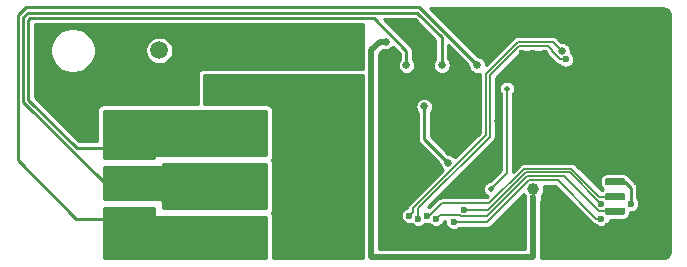
<source format=gbr>
G04 #@! TF.GenerationSoftware,KiCad,Pcbnew,(5.1.5-0-10_14)*
G04 #@! TF.CreationDate,2020-01-04T14:18:12-08:00*
G04 #@! TF.ProjectId,Grits,47726974-732e-46b6-9963-61645f706362,rev?*
G04 #@! TF.SameCoordinates,Original*
G04 #@! TF.FileFunction,Copper,L2,Bot*
G04 #@! TF.FilePolarity,Positive*
%FSLAX46Y46*%
G04 Gerber Fmt 4.6, Leading zero omitted, Abs format (unit mm)*
G04 Created by KiCad (PCBNEW (5.1.5-0-10_14)) date 2020-01-04 14:18:12*
%MOMM*%
%LPD*%
G04 APERTURE LIST*
%ADD10C,0.100000*%
%ADD11C,1.000000*%
%ADD12O,2.020000X1.500000*%
%ADD13C,1.500000*%
%ADD14C,0.654000*%
%ADD15C,0.600000*%
%ADD16C,0.508000*%
%ADD17C,0.250000*%
%ADD18C,0.500000*%
%ADD19C,0.160000*%
G04 APERTURE END LIST*
G04 #@! TA.AperFunction,SMDPad,CuDef*
D10*
G36*
X160224504Y-114226204D02*
G01*
X160248773Y-114229804D01*
X160272571Y-114235765D01*
X160295671Y-114244030D01*
X160317849Y-114254520D01*
X160338893Y-114267133D01*
X160358598Y-114281747D01*
X160376777Y-114298223D01*
X160393253Y-114316402D01*
X160407867Y-114336107D01*
X160420480Y-114357151D01*
X160430970Y-114379329D01*
X160439235Y-114402429D01*
X160445196Y-114426227D01*
X160448796Y-114450496D01*
X160450000Y-114475000D01*
X160450000Y-114975000D01*
X160448796Y-114999504D01*
X160445196Y-115023773D01*
X160439235Y-115047571D01*
X160430970Y-115070671D01*
X160420480Y-115092849D01*
X160407867Y-115113893D01*
X160393253Y-115133598D01*
X160376777Y-115151777D01*
X160358598Y-115168253D01*
X160338893Y-115182867D01*
X160317849Y-115195480D01*
X160295671Y-115205970D01*
X160272571Y-115214235D01*
X160248773Y-115220196D01*
X160224504Y-115223796D01*
X160200000Y-115225000D01*
X158000000Y-115225000D01*
X157975496Y-115223796D01*
X157951227Y-115220196D01*
X157927429Y-115214235D01*
X157904329Y-115205970D01*
X157882151Y-115195480D01*
X157861107Y-115182867D01*
X157841402Y-115168253D01*
X157823223Y-115151777D01*
X157806747Y-115133598D01*
X157792133Y-115113893D01*
X157779520Y-115092849D01*
X157769030Y-115070671D01*
X157760765Y-115047571D01*
X157754804Y-115023773D01*
X157751204Y-114999504D01*
X157750000Y-114975000D01*
X157750000Y-114475000D01*
X157751204Y-114450496D01*
X157754804Y-114426227D01*
X157760765Y-114402429D01*
X157769030Y-114379329D01*
X157779520Y-114357151D01*
X157792133Y-114336107D01*
X157806747Y-114316402D01*
X157823223Y-114298223D01*
X157841402Y-114281747D01*
X157861107Y-114267133D01*
X157882151Y-114254520D01*
X157904329Y-114244030D01*
X157927429Y-114235765D01*
X157951227Y-114229804D01*
X157975496Y-114226204D01*
X158000000Y-114225000D01*
X160200000Y-114225000D01*
X160224504Y-114226204D01*
G37*
G04 #@! TD.AperFunction*
G04 #@! TA.AperFunction,SMDPad,CuDef*
G36*
X160224504Y-106776204D02*
G01*
X160248773Y-106779804D01*
X160272571Y-106785765D01*
X160295671Y-106794030D01*
X160317849Y-106804520D01*
X160338893Y-106817133D01*
X160358598Y-106831747D01*
X160376777Y-106848223D01*
X160393253Y-106866402D01*
X160407867Y-106886107D01*
X160420480Y-106907151D01*
X160430970Y-106929329D01*
X160439235Y-106952429D01*
X160445196Y-106976227D01*
X160448796Y-107000496D01*
X160450000Y-107025000D01*
X160450000Y-107525000D01*
X160448796Y-107549504D01*
X160445196Y-107573773D01*
X160439235Y-107597571D01*
X160430970Y-107620671D01*
X160420480Y-107642849D01*
X160407867Y-107663893D01*
X160393253Y-107683598D01*
X160376777Y-107701777D01*
X160358598Y-107718253D01*
X160338893Y-107732867D01*
X160317849Y-107745480D01*
X160295671Y-107755970D01*
X160272571Y-107764235D01*
X160248773Y-107770196D01*
X160224504Y-107773796D01*
X160200000Y-107775000D01*
X158000000Y-107775000D01*
X157975496Y-107773796D01*
X157951227Y-107770196D01*
X157927429Y-107764235D01*
X157904329Y-107755970D01*
X157882151Y-107745480D01*
X157861107Y-107732867D01*
X157841402Y-107718253D01*
X157823223Y-107701777D01*
X157806747Y-107683598D01*
X157792133Y-107663893D01*
X157779520Y-107642849D01*
X157769030Y-107620671D01*
X157760765Y-107597571D01*
X157754804Y-107573773D01*
X157751204Y-107549504D01*
X157750000Y-107525000D01*
X157750000Y-107025000D01*
X157751204Y-107000496D01*
X157754804Y-106976227D01*
X157760765Y-106952429D01*
X157769030Y-106929329D01*
X157779520Y-106907151D01*
X157792133Y-106886107D01*
X157806747Y-106866402D01*
X157823223Y-106848223D01*
X157841402Y-106831747D01*
X157861107Y-106817133D01*
X157882151Y-106804520D01*
X157904329Y-106794030D01*
X157927429Y-106785765D01*
X157951227Y-106779804D01*
X157975496Y-106776204D01*
X158000000Y-106775000D01*
X160200000Y-106775000D01*
X160224504Y-106776204D01*
G37*
G04 #@! TD.AperFunction*
G04 #@! TA.AperFunction,SMDPad,CuDef*
G36*
X156614703Y-112575722D02*
G01*
X156629264Y-112577882D01*
X156643543Y-112581459D01*
X156657403Y-112586418D01*
X156670710Y-112592712D01*
X156683336Y-112600280D01*
X156695159Y-112609048D01*
X156706066Y-112618934D01*
X156715952Y-112629841D01*
X156724720Y-112641664D01*
X156732288Y-112654290D01*
X156738582Y-112667597D01*
X156743541Y-112681457D01*
X156747118Y-112695736D01*
X156749278Y-112710297D01*
X156750000Y-112725000D01*
X156750000Y-113025000D01*
X156749278Y-113039703D01*
X156747118Y-113054264D01*
X156743541Y-113068543D01*
X156738582Y-113082403D01*
X156732288Y-113095710D01*
X156724720Y-113108336D01*
X156715952Y-113120159D01*
X156706066Y-113131066D01*
X156695159Y-113140952D01*
X156683336Y-113149720D01*
X156670710Y-113157288D01*
X156657403Y-113163582D01*
X156643543Y-113168541D01*
X156629264Y-113172118D01*
X156614703Y-113174278D01*
X156600000Y-113175000D01*
X155200000Y-113175000D01*
X155185297Y-113174278D01*
X155170736Y-113172118D01*
X155156457Y-113168541D01*
X155142597Y-113163582D01*
X155129290Y-113157288D01*
X155116664Y-113149720D01*
X155104841Y-113140952D01*
X155093934Y-113131066D01*
X155084048Y-113120159D01*
X155075280Y-113108336D01*
X155067712Y-113095710D01*
X155061418Y-113082403D01*
X155056459Y-113068543D01*
X155052882Y-113054264D01*
X155050722Y-113039703D01*
X155050000Y-113025000D01*
X155050000Y-112725000D01*
X155050722Y-112710297D01*
X155052882Y-112695736D01*
X155056459Y-112681457D01*
X155061418Y-112667597D01*
X155067712Y-112654290D01*
X155075280Y-112641664D01*
X155084048Y-112629841D01*
X155093934Y-112618934D01*
X155104841Y-112609048D01*
X155116664Y-112600280D01*
X155129290Y-112592712D01*
X155142597Y-112586418D01*
X155156457Y-112581459D01*
X155170736Y-112577882D01*
X155185297Y-112575722D01*
X155200000Y-112575000D01*
X156600000Y-112575000D01*
X156614703Y-112575722D01*
G37*
G04 #@! TD.AperFunction*
G04 #@! TA.AperFunction,SMDPad,CuDef*
G36*
X156614703Y-111325722D02*
G01*
X156629264Y-111327882D01*
X156643543Y-111331459D01*
X156657403Y-111336418D01*
X156670710Y-111342712D01*
X156683336Y-111350280D01*
X156695159Y-111359048D01*
X156706066Y-111368934D01*
X156715952Y-111379841D01*
X156724720Y-111391664D01*
X156732288Y-111404290D01*
X156738582Y-111417597D01*
X156743541Y-111431457D01*
X156747118Y-111445736D01*
X156749278Y-111460297D01*
X156750000Y-111475000D01*
X156750000Y-111775000D01*
X156749278Y-111789703D01*
X156747118Y-111804264D01*
X156743541Y-111818543D01*
X156738582Y-111832403D01*
X156732288Y-111845710D01*
X156724720Y-111858336D01*
X156715952Y-111870159D01*
X156706066Y-111881066D01*
X156695159Y-111890952D01*
X156683336Y-111899720D01*
X156670710Y-111907288D01*
X156657403Y-111913582D01*
X156643543Y-111918541D01*
X156629264Y-111922118D01*
X156614703Y-111924278D01*
X156600000Y-111925000D01*
X155200000Y-111925000D01*
X155185297Y-111924278D01*
X155170736Y-111922118D01*
X155156457Y-111918541D01*
X155142597Y-111913582D01*
X155129290Y-111907288D01*
X155116664Y-111899720D01*
X155104841Y-111890952D01*
X155093934Y-111881066D01*
X155084048Y-111870159D01*
X155075280Y-111858336D01*
X155067712Y-111845710D01*
X155061418Y-111832403D01*
X155056459Y-111818543D01*
X155052882Y-111804264D01*
X155050722Y-111789703D01*
X155050000Y-111775000D01*
X155050000Y-111475000D01*
X155050722Y-111460297D01*
X155052882Y-111445736D01*
X155056459Y-111431457D01*
X155061418Y-111417597D01*
X155067712Y-111404290D01*
X155075280Y-111391664D01*
X155084048Y-111379841D01*
X155093934Y-111368934D01*
X155104841Y-111359048D01*
X155116664Y-111350280D01*
X155129290Y-111342712D01*
X155142597Y-111336418D01*
X155156457Y-111331459D01*
X155170736Y-111327882D01*
X155185297Y-111325722D01*
X155200000Y-111325000D01*
X156600000Y-111325000D01*
X156614703Y-111325722D01*
G37*
G04 #@! TD.AperFunction*
G04 #@! TA.AperFunction,SMDPad,CuDef*
G36*
X156614703Y-110075722D02*
G01*
X156629264Y-110077882D01*
X156643543Y-110081459D01*
X156657403Y-110086418D01*
X156670710Y-110092712D01*
X156683336Y-110100280D01*
X156695159Y-110109048D01*
X156706066Y-110118934D01*
X156715952Y-110129841D01*
X156724720Y-110141664D01*
X156732288Y-110154290D01*
X156738582Y-110167597D01*
X156743541Y-110181457D01*
X156747118Y-110195736D01*
X156749278Y-110210297D01*
X156750000Y-110225000D01*
X156750000Y-110525000D01*
X156749278Y-110539703D01*
X156747118Y-110554264D01*
X156743541Y-110568543D01*
X156738582Y-110582403D01*
X156732288Y-110595710D01*
X156724720Y-110608336D01*
X156715952Y-110620159D01*
X156706066Y-110631066D01*
X156695159Y-110640952D01*
X156683336Y-110649720D01*
X156670710Y-110657288D01*
X156657403Y-110663582D01*
X156643543Y-110668541D01*
X156629264Y-110672118D01*
X156614703Y-110674278D01*
X156600000Y-110675000D01*
X155200000Y-110675000D01*
X155185297Y-110674278D01*
X155170736Y-110672118D01*
X155156457Y-110668541D01*
X155142597Y-110663582D01*
X155129290Y-110657288D01*
X155116664Y-110649720D01*
X155104841Y-110640952D01*
X155093934Y-110631066D01*
X155084048Y-110620159D01*
X155075280Y-110608336D01*
X155067712Y-110595710D01*
X155061418Y-110582403D01*
X155056459Y-110568543D01*
X155052882Y-110554264D01*
X155050722Y-110539703D01*
X155050000Y-110525000D01*
X155050000Y-110225000D01*
X155050722Y-110210297D01*
X155052882Y-110195736D01*
X155056459Y-110181457D01*
X155061418Y-110167597D01*
X155067712Y-110154290D01*
X155075280Y-110141664D01*
X155084048Y-110129841D01*
X155093934Y-110118934D01*
X155104841Y-110109048D01*
X155116664Y-110100280D01*
X155129290Y-110092712D01*
X155142597Y-110086418D01*
X155156457Y-110081459D01*
X155170736Y-110077882D01*
X155185297Y-110075722D01*
X155200000Y-110075000D01*
X156600000Y-110075000D01*
X156614703Y-110075722D01*
G37*
G04 #@! TD.AperFunction*
G04 #@! TA.AperFunction,SMDPad,CuDef*
G36*
X156614703Y-108825722D02*
G01*
X156629264Y-108827882D01*
X156643543Y-108831459D01*
X156657403Y-108836418D01*
X156670710Y-108842712D01*
X156683336Y-108850280D01*
X156695159Y-108859048D01*
X156706066Y-108868934D01*
X156715952Y-108879841D01*
X156724720Y-108891664D01*
X156732288Y-108904290D01*
X156738582Y-108917597D01*
X156743541Y-108931457D01*
X156747118Y-108945736D01*
X156749278Y-108960297D01*
X156750000Y-108975000D01*
X156750000Y-109275000D01*
X156749278Y-109289703D01*
X156747118Y-109304264D01*
X156743541Y-109318543D01*
X156738582Y-109332403D01*
X156732288Y-109345710D01*
X156724720Y-109358336D01*
X156715952Y-109370159D01*
X156706066Y-109381066D01*
X156695159Y-109390952D01*
X156683336Y-109399720D01*
X156670710Y-109407288D01*
X156657403Y-109413582D01*
X156643543Y-109418541D01*
X156629264Y-109422118D01*
X156614703Y-109424278D01*
X156600000Y-109425000D01*
X155200000Y-109425000D01*
X155185297Y-109424278D01*
X155170736Y-109422118D01*
X155156457Y-109418541D01*
X155142597Y-109413582D01*
X155129290Y-109407288D01*
X155116664Y-109399720D01*
X155104841Y-109390952D01*
X155093934Y-109381066D01*
X155084048Y-109370159D01*
X155075280Y-109358336D01*
X155067712Y-109345710D01*
X155061418Y-109332403D01*
X155056459Y-109318543D01*
X155052882Y-109304264D01*
X155050722Y-109289703D01*
X155050000Y-109275000D01*
X155050000Y-108975000D01*
X155050722Y-108960297D01*
X155052882Y-108945736D01*
X155056459Y-108931457D01*
X155061418Y-108917597D01*
X155067712Y-108904290D01*
X155075280Y-108891664D01*
X155084048Y-108879841D01*
X155093934Y-108868934D01*
X155104841Y-108859048D01*
X155116664Y-108850280D01*
X155129290Y-108842712D01*
X155142597Y-108836418D01*
X155156457Y-108831459D01*
X155170736Y-108827882D01*
X155185297Y-108825722D01*
X155200000Y-108825000D01*
X156600000Y-108825000D01*
X156614703Y-108825722D01*
G37*
G04 #@! TD.AperFunction*
D11*
X149000000Y-109750000D03*
D12*
X114320000Y-106250000D03*
X114320000Y-109250000D03*
G04 #@! TA.AperFunction,ComponentPad*
D10*
G36*
X115104504Y-111501204D02*
G01*
X115128773Y-111504804D01*
X115152571Y-111510765D01*
X115175671Y-111519030D01*
X115197849Y-111529520D01*
X115218893Y-111542133D01*
X115238598Y-111556747D01*
X115256777Y-111573223D01*
X115273253Y-111591402D01*
X115287867Y-111611107D01*
X115300480Y-111632151D01*
X115310970Y-111654329D01*
X115319235Y-111677429D01*
X115325196Y-111701227D01*
X115328796Y-111725496D01*
X115330000Y-111750000D01*
X115330000Y-112750000D01*
X115328796Y-112774504D01*
X115325196Y-112798773D01*
X115319235Y-112822571D01*
X115310970Y-112845671D01*
X115300480Y-112867849D01*
X115287867Y-112888893D01*
X115273253Y-112908598D01*
X115256777Y-112926777D01*
X115238598Y-112943253D01*
X115218893Y-112957867D01*
X115197849Y-112970480D01*
X115175671Y-112980970D01*
X115152571Y-112989235D01*
X115128773Y-112995196D01*
X115104504Y-112998796D01*
X115080000Y-113000000D01*
X113560000Y-113000000D01*
X113535496Y-112998796D01*
X113511227Y-112995196D01*
X113487429Y-112989235D01*
X113464329Y-112980970D01*
X113442151Y-112970480D01*
X113421107Y-112957867D01*
X113401402Y-112943253D01*
X113383223Y-112926777D01*
X113366747Y-112908598D01*
X113352133Y-112888893D01*
X113339520Y-112867849D01*
X113329030Y-112845671D01*
X113320765Y-112822571D01*
X113314804Y-112798773D01*
X113311204Y-112774504D01*
X113310000Y-112750000D01*
X113310000Y-111750000D01*
X113311204Y-111725496D01*
X113314804Y-111701227D01*
X113320765Y-111677429D01*
X113329030Y-111654329D01*
X113339520Y-111632151D01*
X113352133Y-111611107D01*
X113366747Y-111591402D01*
X113383223Y-111573223D01*
X113401402Y-111556747D01*
X113421107Y-111542133D01*
X113442151Y-111529520D01*
X113464329Y-111519030D01*
X113487429Y-111510765D01*
X113511227Y-111504804D01*
X113535496Y-111501204D01*
X113560000Y-111500000D01*
X115080000Y-111500000D01*
X115104504Y-111501204D01*
G37*
G04 #@! TD.AperFunction*
D13*
X117320000Y-98000000D03*
G04 #@! TA.AperFunction,ComponentPad*
D10*
G36*
X114844504Y-97251204D02*
G01*
X114868773Y-97254804D01*
X114892571Y-97260765D01*
X114915671Y-97269030D01*
X114937849Y-97279520D01*
X114958893Y-97292133D01*
X114978598Y-97306747D01*
X114996777Y-97323223D01*
X115013253Y-97341402D01*
X115027867Y-97361107D01*
X115040480Y-97382151D01*
X115050970Y-97404329D01*
X115059235Y-97427429D01*
X115065196Y-97451227D01*
X115068796Y-97475496D01*
X115070000Y-97500000D01*
X115070000Y-98500000D01*
X115068796Y-98524504D01*
X115065196Y-98548773D01*
X115059235Y-98572571D01*
X115050970Y-98595671D01*
X115040480Y-98617849D01*
X115027867Y-98638893D01*
X115013253Y-98658598D01*
X114996777Y-98676777D01*
X114978598Y-98693253D01*
X114958893Y-98707867D01*
X114937849Y-98720480D01*
X114915671Y-98730970D01*
X114892571Y-98739235D01*
X114868773Y-98745196D01*
X114844504Y-98748796D01*
X114820000Y-98750000D01*
X113820000Y-98750000D01*
X113795496Y-98748796D01*
X113771227Y-98745196D01*
X113747429Y-98739235D01*
X113724329Y-98730970D01*
X113702151Y-98720480D01*
X113681107Y-98707867D01*
X113661402Y-98693253D01*
X113643223Y-98676777D01*
X113626747Y-98658598D01*
X113612133Y-98638893D01*
X113599520Y-98617849D01*
X113589030Y-98595671D01*
X113580765Y-98572571D01*
X113574804Y-98548773D01*
X113571204Y-98524504D01*
X113570000Y-98500000D01*
X113570000Y-97500000D01*
X113571204Y-97475496D01*
X113574804Y-97451227D01*
X113580765Y-97427429D01*
X113589030Y-97404329D01*
X113599520Y-97382151D01*
X113612133Y-97361107D01*
X113626747Y-97341402D01*
X113643223Y-97323223D01*
X113661402Y-97306747D01*
X113681107Y-97292133D01*
X113702151Y-97279520D01*
X113724329Y-97269030D01*
X113747429Y-97260765D01*
X113771227Y-97254804D01*
X113795496Y-97251204D01*
X113820000Y-97250000D01*
X114820000Y-97250000D01*
X114844504Y-97251204D01*
G37*
G04 #@! TD.AperFunction*
D14*
X151750000Y-110750000D03*
D15*
X141750000Y-114250000D03*
D14*
X151000000Y-111500000D03*
X151750000Y-111500000D03*
X151000000Y-113750000D03*
X147750000Y-112000000D03*
X146500000Y-96750000D03*
X146500000Y-95750000D03*
X155750000Y-108000000D03*
X155750000Y-106000000D03*
X155750000Y-107000000D03*
X156500000Y-108000000D03*
X156500000Y-106000000D03*
X156500000Y-107000000D03*
X143000000Y-108900000D03*
X147500000Y-105000000D03*
X146000000Y-104000000D03*
X146000000Y-106500000D03*
X140000000Y-107900000D03*
D15*
X148000000Y-98250000D03*
X149000000Y-98250000D03*
X150000000Y-98250000D03*
D14*
X156500000Y-96500000D03*
X155000000Y-96500000D03*
X155750000Y-96500000D03*
X136750000Y-99250000D03*
D15*
X160000000Y-111000000D03*
X160000000Y-110000000D03*
X160000000Y-112000000D03*
D14*
X137500000Y-114250000D03*
X137500000Y-113500000D03*
X136750000Y-113500000D03*
X155000000Y-100000000D03*
X139000000Y-107900000D03*
X139000000Y-108900000D03*
X139000000Y-109900000D03*
X143000000Y-109900000D03*
X141000000Y-107900000D03*
X136750000Y-105500000D03*
D15*
X142500000Y-114250000D03*
D14*
X147000000Y-112750000D03*
X152500000Y-113750000D03*
D15*
X151000000Y-115500000D03*
D14*
X154500000Y-113250000D03*
X137750000Y-101250000D03*
X138500000Y-101250000D03*
X139250000Y-101250000D03*
X155750000Y-100000000D03*
X155750000Y-99250000D03*
X155000000Y-99250000D03*
X157250000Y-96500000D03*
D15*
X157250000Y-111000000D03*
D14*
X141753532Y-107498117D03*
X139750000Y-102750000D03*
D16*
X128000000Y-109800000D03*
X129200000Y-111000000D03*
X128600000Y-109800000D03*
X128000000Y-111000000D03*
X128000000Y-109204000D03*
X128000000Y-110400000D03*
X128600000Y-111000000D03*
X128600000Y-109204000D03*
X129200000Y-110400000D03*
X128600000Y-110400000D03*
X128000000Y-114200000D03*
X129200000Y-115400000D03*
X128600000Y-114200000D03*
X128000000Y-115400000D03*
X128000000Y-113604000D03*
X128000000Y-114800000D03*
X128600000Y-115400000D03*
X128600000Y-113604000D03*
X129200000Y-114800000D03*
X128600000Y-114800000D03*
D14*
X130500000Y-101750000D03*
X132000000Y-101750000D03*
X132750000Y-101000000D03*
X132000000Y-101000000D03*
X131250000Y-101000000D03*
X132750000Y-101750000D03*
X131250000Y-101750000D03*
X130500000Y-101000000D03*
X127500000Y-101000000D03*
X128250000Y-101000000D03*
X128250000Y-101750000D03*
X129750000Y-101750000D03*
X129000000Y-101750000D03*
X129750000Y-101000000D03*
X129000000Y-101000000D03*
X127500000Y-101750000D03*
X124500000Y-101000000D03*
X125250000Y-101000000D03*
X125250000Y-101750000D03*
X126750000Y-101750000D03*
X126000000Y-101750000D03*
X126750000Y-101000000D03*
X126000000Y-101000000D03*
X124500000Y-101750000D03*
D16*
X128000000Y-104604000D03*
X128600000Y-104604000D03*
X128000000Y-105200000D03*
X128600000Y-105200000D03*
X128000000Y-105800000D03*
X128600000Y-105800000D03*
X129200000Y-105800000D03*
X129200000Y-106400000D03*
X128600000Y-106400000D03*
X128000000Y-106400000D03*
D14*
X121500000Y-101750000D03*
X122250000Y-101750000D03*
X123750000Y-101750000D03*
X123000000Y-101750000D03*
X123750000Y-101000000D03*
X123000000Y-101000000D03*
X122250000Y-101000000D03*
X121500000Y-101000000D03*
D15*
X149000000Y-110500000D03*
D14*
X136500000Y-97250000D03*
X133500000Y-98000000D03*
X134250000Y-97250000D03*
X134250000Y-98000000D03*
X133500000Y-97250000D03*
X132500000Y-99250000D03*
X132500000Y-97750000D03*
X132500000Y-98500000D03*
X132250000Y-96250000D03*
X131500000Y-96250000D03*
X127000000Y-99250000D03*
X127750000Y-96250000D03*
X126250000Y-96250000D03*
X127000000Y-97750000D03*
X126250000Y-97000000D03*
X130750000Y-96250000D03*
X127000000Y-98500000D03*
X126250000Y-99250000D03*
X127000000Y-97000000D03*
X130000000Y-96250000D03*
X126250000Y-97750000D03*
X126250000Y-98500000D03*
X129250000Y-96250000D03*
X127000000Y-96250000D03*
X128500000Y-96250000D03*
D16*
X145385299Y-109729000D03*
X146750000Y-101236000D03*
D14*
X121750000Y-103500000D03*
X121750000Y-104250000D03*
X123250000Y-103500000D03*
X121750000Y-105000000D03*
X122500000Y-105000000D03*
X123250000Y-104250000D03*
X123250000Y-105750000D03*
X122500000Y-104250000D03*
X123250000Y-105000000D03*
X122500000Y-103500000D03*
X122500000Y-105750000D03*
X121750000Y-105750000D03*
X122500000Y-106500000D03*
X121750000Y-106500000D03*
X123250000Y-106500000D03*
X138250000Y-99250000D03*
X123250000Y-111000000D03*
X121750000Y-108000000D03*
X122500000Y-108000000D03*
X123250000Y-109500000D03*
X122500000Y-108750000D03*
X121750000Y-111000000D03*
X123250000Y-110250000D03*
X122500000Y-111000000D03*
X123250000Y-108750000D03*
X121750000Y-110250000D03*
X122500000Y-109500000D03*
X122500000Y-110250000D03*
X121750000Y-109500000D03*
X123250000Y-108000000D03*
X121750000Y-108750000D03*
X141250000Y-99250000D03*
D16*
X123250000Y-115500000D03*
D14*
X121750000Y-112500000D03*
X122500000Y-112500000D03*
X123250000Y-114000000D03*
X122500000Y-113250000D03*
D16*
X121750000Y-115500000D03*
D14*
X123250000Y-114750000D03*
D16*
X122500000Y-115500000D03*
D14*
X123250000Y-113250000D03*
X121750000Y-114750000D03*
X122500000Y-114000000D03*
X122500000Y-114750000D03*
X121750000Y-114000000D03*
X123250000Y-112500000D03*
X121750000Y-113250000D03*
X144250000Y-99250000D03*
D15*
X143099990Y-111500000D03*
X154750000Y-111000000D03*
X154750000Y-112250000D03*
X142250000Y-112500000D03*
X140750000Y-112250000D03*
X140000000Y-112000000D03*
X139250000Y-112250000D03*
X151750000Y-98750000D03*
X138500000Y-112000000D03*
D14*
X151398042Y-98046084D03*
D17*
X157250000Y-109625000D02*
X157250000Y-111000000D01*
X155900000Y-109125000D02*
X156750000Y-109125000D01*
X156750000Y-109125000D02*
X157250000Y-109625000D01*
X141753532Y-107498117D02*
X139747210Y-105491795D01*
X139747210Y-103215237D02*
X139747210Y-105491795D01*
X139750000Y-103212447D02*
X139747210Y-103215237D01*
X139750000Y-102750000D02*
X139750000Y-103212447D01*
X128600000Y-109204000D02*
X128596000Y-109204000D01*
X128600000Y-113604000D02*
X128596000Y-113604000D01*
X128600000Y-104604000D02*
X128596000Y-104604000D01*
X149000000Y-110500000D02*
X149000000Y-109750000D01*
D18*
X136000000Y-97250000D02*
X136500000Y-97250000D01*
X135250000Y-115500000D02*
X135250000Y-98000000D01*
X149000000Y-115500000D02*
X135250000Y-115500000D01*
X135250000Y-98000000D02*
X136000000Y-97250000D01*
X149000000Y-110500000D02*
X149000000Y-115500000D01*
D19*
X146750000Y-108364299D02*
X146750000Y-101236000D01*
X145385299Y-109729000D02*
X146750000Y-108364299D01*
D17*
X110337412Y-106250000D02*
X114320000Y-106250000D01*
X106250030Y-102162618D02*
X110337412Y-106250000D01*
X138250000Y-98035038D02*
X135464992Y-95250030D01*
X138250000Y-99250000D02*
X138250000Y-98035038D01*
X106386380Y-95250030D02*
X106250030Y-95386380D01*
X106250030Y-95386380D02*
X106250030Y-102162618D01*
X135464992Y-95250030D02*
X106386380Y-95250030D01*
X112701002Y-109250000D02*
X114320000Y-109250000D01*
X105800020Y-102349018D02*
X112701002Y-109250000D01*
X141250000Y-96886410D02*
X139163610Y-94800020D01*
X141250000Y-99250000D02*
X141250000Y-96886410D01*
X105800020Y-95199980D02*
X105800020Y-102349018D01*
X106199980Y-94800020D02*
X105800020Y-95199980D01*
X139163610Y-94800020D02*
X106199980Y-94800020D01*
X113310000Y-112250000D02*
X114320000Y-112250000D01*
X144250000Y-99250000D02*
X139350010Y-94350010D01*
X110298998Y-112250000D02*
X113310000Y-112250000D01*
X105350010Y-107301012D02*
X110298998Y-112250000D01*
X106005488Y-94350010D02*
X105350010Y-95005488D01*
X105350010Y-95005488D02*
X105350010Y-107301012D01*
X139350010Y-94350010D02*
X106005488Y-94350010D01*
D19*
X145190474Y-111500000D02*
X148360495Y-108329979D01*
X143099990Y-111500000D02*
X145190474Y-111500000D01*
X148360495Y-108329979D02*
X152079979Y-108329979D01*
X152079979Y-108329979D02*
X154750000Y-111000000D01*
X142250000Y-112500000D02*
X145095598Y-112500000D01*
X145095598Y-112500000D02*
X148625599Y-108969999D01*
X151045735Y-108969999D02*
X154325736Y-112250000D01*
X148625599Y-108969999D02*
X151045735Y-108969999D01*
X154325736Y-112250000D02*
X154750000Y-112250000D01*
X141049999Y-111950001D02*
X142750789Y-111950001D01*
X148493046Y-108649990D02*
X151600786Y-108649990D01*
X140750000Y-112250000D02*
X141049999Y-111950001D01*
X151600786Y-108649990D02*
X154575796Y-111625000D01*
X155050000Y-111625000D02*
X155900000Y-111625000D01*
X142750789Y-111950001D02*
X142840789Y-112040001D01*
X142840789Y-112040001D02*
X145103035Y-112040001D01*
X145103035Y-112040001D02*
X148493046Y-108649990D01*
X154575796Y-111625000D02*
X155050000Y-111625000D01*
X140200798Y-112000000D02*
X140000000Y-112000000D01*
X145277913Y-110959999D02*
X141240799Y-110959999D01*
X152212532Y-108009970D02*
X148227943Y-108009969D01*
X141240799Y-110959999D02*
X140200798Y-112000000D01*
X148227943Y-108009969D02*
X145277913Y-110959999D01*
X154577562Y-110375000D02*
X152212532Y-108009970D01*
X155900000Y-110375000D02*
X154577562Y-110375000D01*
X139250000Y-111352574D02*
X145299999Y-105302575D01*
X139250000Y-112250000D02*
X139250000Y-111352574D01*
X145299999Y-105302575D02*
X145299999Y-100091599D01*
X145299999Y-100091599D02*
X147791598Y-97600000D01*
X150580001Y-97971599D02*
X150208402Y-97600000D01*
X150580001Y-98067205D02*
X150580001Y-97971599D01*
X151262796Y-98750000D02*
X150580001Y-98067205D01*
X150208402Y-97600000D02*
X147791598Y-97600000D01*
X151750000Y-98750000D02*
X151262796Y-98750000D01*
X138799999Y-111700001D02*
X138500000Y-112000000D01*
X138799999Y-111350013D02*
X138799999Y-111700001D01*
X144979988Y-105170024D02*
X138799999Y-111350013D01*
X150631948Y-97279990D02*
X147659046Y-97279989D01*
X144979988Y-99959047D02*
X144979988Y-105170024D01*
X147659046Y-97279989D02*
X144979988Y-99959047D01*
X151398042Y-98046084D02*
X150631948Y-97279990D01*
D17*
G36*
X134575000Y-97966848D02*
G01*
X134571735Y-98000000D01*
X134575000Y-98033152D01*
X134575000Y-99575000D01*
X121000000Y-99575000D01*
X120917087Y-99583166D01*
X120837360Y-99607351D01*
X120763883Y-99646625D01*
X120699480Y-99699480D01*
X120646625Y-99763883D01*
X120607351Y-99837360D01*
X120583166Y-99917087D01*
X120575000Y-100000000D01*
X120575000Y-102575000D01*
X112500000Y-102575000D01*
X112417087Y-102583166D01*
X112337360Y-102607351D01*
X112263883Y-102646625D01*
X112199480Y-102699480D01*
X112146625Y-102763883D01*
X112107351Y-102837360D01*
X112083166Y-102917087D01*
X112075000Y-103000000D01*
X112075000Y-105700000D01*
X110565230Y-105700000D01*
X106800030Y-101934801D01*
X106800030Y-97810404D01*
X108075000Y-97810404D01*
X108075000Y-98189596D01*
X108148977Y-98561502D01*
X108294087Y-98911829D01*
X108504755Y-99227116D01*
X108772884Y-99495245D01*
X109088171Y-99705913D01*
X109438498Y-99851023D01*
X109810404Y-99925000D01*
X110189596Y-99925000D01*
X110561502Y-99851023D01*
X110911829Y-99705913D01*
X111227116Y-99495245D01*
X111495245Y-99227116D01*
X111705913Y-98911829D01*
X111851023Y-98561502D01*
X111925000Y-98189596D01*
X111925000Y-97884273D01*
X116145000Y-97884273D01*
X116145000Y-98115727D01*
X116190155Y-98342735D01*
X116278729Y-98556571D01*
X116407318Y-98749019D01*
X116570981Y-98912682D01*
X116763429Y-99041271D01*
X116977265Y-99129845D01*
X117204273Y-99175000D01*
X117435727Y-99175000D01*
X117662735Y-99129845D01*
X117876571Y-99041271D01*
X118069019Y-98912682D01*
X118232682Y-98749019D01*
X118361271Y-98556571D01*
X118449845Y-98342735D01*
X118495000Y-98115727D01*
X118495000Y-97884273D01*
X118449845Y-97657265D01*
X118361271Y-97443429D01*
X118232682Y-97250981D01*
X118069019Y-97087318D01*
X117876571Y-96958729D01*
X117662735Y-96870155D01*
X117435727Y-96825000D01*
X117204273Y-96825000D01*
X116977265Y-96870155D01*
X116763429Y-96958729D01*
X116570981Y-97087318D01*
X116407318Y-97250981D01*
X116278729Y-97443429D01*
X116190155Y-97657265D01*
X116145000Y-97884273D01*
X111925000Y-97884273D01*
X111925000Y-97810404D01*
X111851023Y-97438498D01*
X111705913Y-97088171D01*
X111495245Y-96772884D01*
X111227116Y-96504755D01*
X110911829Y-96294087D01*
X110561502Y-96148977D01*
X110189596Y-96075000D01*
X109810404Y-96075000D01*
X109438498Y-96148977D01*
X109088171Y-96294087D01*
X108772884Y-96504755D01*
X108504755Y-96772884D01*
X108294087Y-97088171D01*
X108148977Y-97438498D01*
X108075000Y-97810404D01*
X106800030Y-97810404D01*
X106800030Y-95800030D01*
X134575000Y-95800030D01*
X134575000Y-97966848D01*
G37*
X134575000Y-97966848D02*
X134571735Y-98000000D01*
X134575000Y-98033152D01*
X134575000Y-99575000D01*
X121000000Y-99575000D01*
X120917087Y-99583166D01*
X120837360Y-99607351D01*
X120763883Y-99646625D01*
X120699480Y-99699480D01*
X120646625Y-99763883D01*
X120607351Y-99837360D01*
X120583166Y-99917087D01*
X120575000Y-100000000D01*
X120575000Y-102575000D01*
X112500000Y-102575000D01*
X112417087Y-102583166D01*
X112337360Y-102607351D01*
X112263883Y-102646625D01*
X112199480Y-102699480D01*
X112146625Y-102763883D01*
X112107351Y-102837360D01*
X112083166Y-102917087D01*
X112075000Y-103000000D01*
X112075000Y-105700000D01*
X110565230Y-105700000D01*
X106800030Y-101934801D01*
X106800030Y-97810404D01*
X108075000Y-97810404D01*
X108075000Y-98189596D01*
X108148977Y-98561502D01*
X108294087Y-98911829D01*
X108504755Y-99227116D01*
X108772884Y-99495245D01*
X109088171Y-99705913D01*
X109438498Y-99851023D01*
X109810404Y-99925000D01*
X110189596Y-99925000D01*
X110561502Y-99851023D01*
X110911829Y-99705913D01*
X111227116Y-99495245D01*
X111495245Y-99227116D01*
X111705913Y-98911829D01*
X111851023Y-98561502D01*
X111925000Y-98189596D01*
X111925000Y-97884273D01*
X116145000Y-97884273D01*
X116145000Y-98115727D01*
X116190155Y-98342735D01*
X116278729Y-98556571D01*
X116407318Y-98749019D01*
X116570981Y-98912682D01*
X116763429Y-99041271D01*
X116977265Y-99129845D01*
X117204273Y-99175000D01*
X117435727Y-99175000D01*
X117662735Y-99129845D01*
X117876571Y-99041271D01*
X118069019Y-98912682D01*
X118232682Y-98749019D01*
X118361271Y-98556571D01*
X118449845Y-98342735D01*
X118495000Y-98115727D01*
X118495000Y-97884273D01*
X118449845Y-97657265D01*
X118361271Y-97443429D01*
X118232682Y-97250981D01*
X118069019Y-97087318D01*
X117876571Y-96958729D01*
X117662735Y-96870155D01*
X117435727Y-96825000D01*
X117204273Y-96825000D01*
X116977265Y-96870155D01*
X116763429Y-96958729D01*
X116570981Y-97087318D01*
X116407318Y-97250981D01*
X116278729Y-97443429D01*
X116190155Y-97657265D01*
X116145000Y-97884273D01*
X111925000Y-97884273D01*
X111925000Y-97810404D01*
X111851023Y-97438498D01*
X111705913Y-97088171D01*
X111495245Y-96772884D01*
X111227116Y-96504755D01*
X110911829Y-96294087D01*
X110561502Y-96148977D01*
X110189596Y-96075000D01*
X109810404Y-96075000D01*
X109438498Y-96148977D01*
X109088171Y-96294087D01*
X108772884Y-96504755D01*
X108504755Y-96772884D01*
X108294087Y-97088171D01*
X108148977Y-97438498D01*
X108075000Y-97810404D01*
X106800030Y-97810404D01*
X106800030Y-95800030D01*
X134575000Y-95800030D01*
X134575000Y-97966848D01*
G36*
X126375000Y-111375000D02*
G01*
X117625000Y-111375000D01*
X117625000Y-110750000D01*
X117622598Y-110725614D01*
X117615485Y-110702165D01*
X117603934Y-110680554D01*
X117588388Y-110661612D01*
X117569446Y-110646066D01*
X117547835Y-110634515D01*
X117524386Y-110627402D01*
X117500000Y-110625000D01*
X112625000Y-110625000D01*
X112625000Y-107875000D01*
X117500000Y-107875000D01*
X117524386Y-107872598D01*
X117547835Y-107865485D01*
X117569446Y-107853934D01*
X117588388Y-107838388D01*
X117603934Y-107819446D01*
X117615485Y-107797835D01*
X117622598Y-107774386D01*
X117625000Y-107750000D01*
X117625000Y-107625000D01*
X126375000Y-107625000D01*
X126375000Y-111375000D01*
G37*
X126375000Y-111375000D02*
X117625000Y-111375000D01*
X117625000Y-110750000D01*
X117622598Y-110725614D01*
X117615485Y-110702165D01*
X117603934Y-110680554D01*
X117588388Y-110661612D01*
X117569446Y-110646066D01*
X117547835Y-110634515D01*
X117524386Y-110627402D01*
X117500000Y-110625000D01*
X112625000Y-110625000D01*
X112625000Y-107875000D01*
X117500000Y-107875000D01*
X117524386Y-107872598D01*
X117547835Y-107865485D01*
X117569446Y-107853934D01*
X117588388Y-107838388D01*
X117603934Y-107819446D01*
X117615485Y-107797835D01*
X117622598Y-107774386D01*
X117625000Y-107750000D01*
X117625000Y-107625000D01*
X126375000Y-107625000D01*
X126375000Y-111375000D01*
G36*
X126375000Y-106875000D02*
G01*
X117000000Y-106875000D01*
X116975614Y-106877402D01*
X116952165Y-106884515D01*
X116930554Y-106896066D01*
X116911612Y-106911612D01*
X116896066Y-106930554D01*
X116884515Y-106952165D01*
X116877402Y-106975614D01*
X116875000Y-107000000D01*
X116875000Y-107125000D01*
X112625000Y-107125000D01*
X112625000Y-103125000D01*
X126375000Y-103125000D01*
X126375000Y-106875000D01*
G37*
X126375000Y-106875000D02*
X117000000Y-106875000D01*
X116975614Y-106877402D01*
X116952165Y-106884515D01*
X116930554Y-106896066D01*
X116911612Y-106911612D01*
X116896066Y-106930554D01*
X116884515Y-106952165D01*
X116877402Y-106975614D01*
X116875000Y-107000000D01*
X116875000Y-107125000D01*
X112625000Y-107125000D01*
X112625000Y-103125000D01*
X126375000Y-103125000D01*
X126375000Y-106875000D01*
G36*
X116875000Y-112000000D02*
G01*
X116877402Y-112024386D01*
X116884515Y-112047835D01*
X116896066Y-112069446D01*
X116911612Y-112088388D01*
X116930554Y-112103934D01*
X116952165Y-112115485D01*
X116975614Y-112122598D01*
X117000000Y-112125000D01*
X126375000Y-112125000D01*
X126375000Y-115550000D01*
X112625000Y-115550000D01*
X112625000Y-111375000D01*
X116875000Y-111375000D01*
X116875000Y-112000000D01*
G37*
X116875000Y-112000000D02*
X116877402Y-112024386D01*
X116884515Y-112047835D01*
X116896066Y-112069446D01*
X116911612Y-112088388D01*
X116930554Y-112103934D01*
X116952165Y-112115485D01*
X116975614Y-112122598D01*
X117000000Y-112125000D01*
X126375000Y-112125000D01*
X126375000Y-115550000D01*
X112625000Y-115550000D01*
X112625000Y-111375000D01*
X116875000Y-111375000D01*
X116875000Y-112000000D01*
G36*
X134575000Y-115466841D02*
G01*
X134571734Y-115500000D01*
X134575000Y-115533158D01*
X134575000Y-115550000D01*
X126925000Y-115550000D01*
X126925000Y-112000000D01*
X126916834Y-111917087D01*
X126892649Y-111837360D01*
X126853375Y-111763883D01*
X126841981Y-111750000D01*
X126853375Y-111736117D01*
X126892649Y-111662640D01*
X126916834Y-111582913D01*
X126925000Y-111500000D01*
X126925000Y-107500000D01*
X126916834Y-107417087D01*
X126892649Y-107337360D01*
X126853375Y-107263883D01*
X126841981Y-107250000D01*
X126853375Y-107236117D01*
X126892649Y-107162640D01*
X126916834Y-107082913D01*
X126925000Y-107000000D01*
X126925000Y-103000000D01*
X126916834Y-102917087D01*
X126892649Y-102837360D01*
X126853375Y-102763883D01*
X126800520Y-102699480D01*
X126736117Y-102646625D01*
X126662640Y-102607351D01*
X126582913Y-102583166D01*
X126500000Y-102575000D01*
X121125000Y-102575000D01*
X121125000Y-100125000D01*
X134575000Y-100125000D01*
X134575000Y-115466841D01*
G37*
X134575000Y-115466841D02*
X134571734Y-115500000D01*
X134575000Y-115533158D01*
X134575000Y-115550000D01*
X126925000Y-115550000D01*
X126925000Y-112000000D01*
X126916834Y-111917087D01*
X126892649Y-111837360D01*
X126853375Y-111763883D01*
X126841981Y-111750000D01*
X126853375Y-111736117D01*
X126892649Y-111662640D01*
X126916834Y-111582913D01*
X126925000Y-111500000D01*
X126925000Y-107500000D01*
X126916834Y-107417087D01*
X126892649Y-107337360D01*
X126853375Y-107263883D01*
X126841981Y-107250000D01*
X126853375Y-107236117D01*
X126892649Y-107162640D01*
X126916834Y-107082913D01*
X126925000Y-107000000D01*
X126925000Y-103000000D01*
X126916834Y-102917087D01*
X126892649Y-102837360D01*
X126853375Y-102763883D01*
X126800520Y-102699480D01*
X126736117Y-102646625D01*
X126662640Y-102607351D01*
X126582913Y-102583166D01*
X126500000Y-102575000D01*
X121125000Y-102575000D01*
X121125000Y-100125000D01*
X134575000Y-100125000D01*
X134575000Y-115466841D01*
G36*
X160106407Y-94462591D02*
G01*
X160208765Y-94493495D01*
X160303173Y-94543692D01*
X160386030Y-94611268D01*
X160454183Y-94693652D01*
X160505036Y-94787702D01*
X160536652Y-94889838D01*
X160550000Y-95016834D01*
X160550001Y-114977984D01*
X160537409Y-115106407D01*
X160506504Y-115208768D01*
X160456308Y-115303173D01*
X160388733Y-115386028D01*
X160306350Y-115454182D01*
X160212298Y-115505036D01*
X160110162Y-115536652D01*
X159983166Y-115550000D01*
X149673341Y-115550000D01*
X149678266Y-115500000D01*
X149675000Y-115466841D01*
X149675000Y-110764923D01*
X149697139Y-110711475D01*
X149725000Y-110571406D01*
X149725000Y-110428594D01*
X149709165Y-110348983D01*
X149718495Y-110339653D01*
X149819725Y-110188152D01*
X149889453Y-110019813D01*
X149925000Y-109841105D01*
X149925000Y-109658895D01*
X149889453Y-109480187D01*
X149887304Y-109474999D01*
X150836558Y-109474999D01*
X153951112Y-112589554D01*
X153966920Y-112608816D01*
X153986182Y-112624624D01*
X153986186Y-112624628D01*
X154043815Y-112671923D01*
X154085472Y-112694189D01*
X154131546Y-112718816D01*
X154220493Y-112745798D01*
X154287839Y-112813144D01*
X154406584Y-112892487D01*
X154538525Y-112947139D01*
X154678594Y-112975000D01*
X154821406Y-112975000D01*
X154961475Y-112947139D01*
X155093416Y-112892487D01*
X155212161Y-112813144D01*
X155313144Y-112712161D01*
X155392487Y-112593416D01*
X155447139Y-112461475D01*
X155468903Y-112352056D01*
X156600000Y-112352056D01*
X156712578Y-112340968D01*
X156820830Y-112308130D01*
X156920595Y-112254805D01*
X157008040Y-112183040D01*
X157079805Y-112095595D01*
X157133130Y-111995830D01*
X157165968Y-111887578D01*
X157177056Y-111775000D01*
X157177056Y-111724694D01*
X157178594Y-111725000D01*
X157321406Y-111725000D01*
X157461475Y-111697139D01*
X157593416Y-111642487D01*
X157712161Y-111563144D01*
X157813144Y-111462161D01*
X157892487Y-111343416D01*
X157947139Y-111211475D01*
X157975000Y-111071406D01*
X157975000Y-110928594D01*
X157947139Y-110788525D01*
X157892487Y-110656584D01*
X157813144Y-110537839D01*
X157800000Y-110524695D01*
X157800000Y-109652011D01*
X157802660Y-109625000D01*
X157800000Y-109597989D01*
X157800000Y-109597982D01*
X157792042Y-109517181D01*
X157779246Y-109474999D01*
X157760592Y-109413505D01*
X157709521Y-109317958D01*
X157658013Y-109255196D01*
X157640790Y-109234210D01*
X157619804Y-109216987D01*
X157158013Y-108755196D01*
X157140790Y-108734210D01*
X157108138Y-108707413D01*
X157079805Y-108654405D01*
X157008040Y-108566960D01*
X156920595Y-108495195D01*
X156820830Y-108441870D01*
X156712578Y-108409032D01*
X156600000Y-108397944D01*
X155200000Y-108397944D01*
X155087422Y-108409032D01*
X154979170Y-108441870D01*
X154879405Y-108495195D01*
X154791960Y-108566960D01*
X154720195Y-108654405D01*
X154666870Y-108754170D01*
X154634032Y-108862422D01*
X154622944Y-108975000D01*
X154622944Y-109275000D01*
X154634032Y-109387578D01*
X154666870Y-109495830D01*
X154720195Y-109595595D01*
X154791960Y-109683040D01*
X154873550Y-109750000D01*
X154791960Y-109816960D01*
X154765699Y-109848959D01*
X152587156Y-107670417D01*
X152571348Y-107651155D01*
X152552086Y-107635347D01*
X152552081Y-107635342D01*
X152494452Y-107588047D01*
X152406721Y-107541154D01*
X152311529Y-107512278D01*
X152212532Y-107502528D01*
X152187727Y-107504971D01*
X148252735Y-107504969D01*
X148227942Y-107502527D01*
X148203150Y-107504969D01*
X148203139Y-107504969D01*
X148128947Y-107512276D01*
X148033754Y-107541153D01*
X148033752Y-107541154D01*
X147946022Y-107588046D01*
X147888393Y-107635341D01*
X147888384Y-107635350D01*
X147869128Y-107651153D01*
X147853325Y-107670409D01*
X147255000Y-108268734D01*
X147255000Y-101691250D01*
X147277413Y-101668837D01*
X147351722Y-101557627D01*
X147402906Y-101434057D01*
X147429000Y-101302876D01*
X147429000Y-101169124D01*
X147402906Y-101037943D01*
X147351722Y-100914373D01*
X147277413Y-100803163D01*
X147182837Y-100708587D01*
X147071627Y-100634278D01*
X146948057Y-100583094D01*
X146816876Y-100557000D01*
X146683124Y-100557000D01*
X146551943Y-100583094D01*
X146428373Y-100634278D01*
X146317163Y-100708587D01*
X146222587Y-100803163D01*
X146148278Y-100914373D01*
X146097094Y-101037943D01*
X146071000Y-101169124D01*
X146071000Y-101302876D01*
X146097094Y-101434057D01*
X146148278Y-101557627D01*
X146222587Y-101668837D01*
X146245001Y-101691251D01*
X146245000Y-108155122D01*
X145350122Y-109050000D01*
X145318423Y-109050000D01*
X145187242Y-109076094D01*
X145063672Y-109127278D01*
X144952462Y-109201587D01*
X144857886Y-109296163D01*
X144783577Y-109407373D01*
X144732393Y-109530943D01*
X144706299Y-109662124D01*
X144706299Y-109795876D01*
X144732393Y-109927057D01*
X144783577Y-110050627D01*
X144857886Y-110161837D01*
X144952462Y-110256413D01*
X145063672Y-110330722D01*
X145155130Y-110368605D01*
X145068736Y-110454999D01*
X141265594Y-110454999D01*
X141240799Y-110452557D01*
X141216004Y-110454999D01*
X141215994Y-110454999D01*
X141141802Y-110462306D01*
X141046609Y-110491183D01*
X140958878Y-110538076D01*
X140901250Y-110585370D01*
X140901245Y-110585375D01*
X140881983Y-110601183D01*
X140866175Y-110620445D01*
X140188358Y-111298263D01*
X140071406Y-111275000D01*
X140041751Y-111275000D01*
X145639548Y-105677203D01*
X145658815Y-105661391D01*
X145677322Y-105638840D01*
X145721922Y-105584496D01*
X145768815Y-105496765D01*
X145782411Y-105451945D01*
X145797692Y-105401572D01*
X145804999Y-105327380D01*
X145804999Y-105327370D01*
X145807441Y-105302575D01*
X145804999Y-105277780D01*
X145804999Y-100300776D01*
X148000776Y-98105000D01*
X149999225Y-98105000D01*
X150091837Y-98197612D01*
X150111185Y-98261394D01*
X150158078Y-98349125D01*
X150221185Y-98426021D01*
X150240452Y-98441833D01*
X150888172Y-99089554D01*
X150903980Y-99108816D01*
X150923242Y-99124624D01*
X150923246Y-99124628D01*
X150980875Y-99171923D01*
X151056155Y-99212161D01*
X151068606Y-99218816D01*
X151163799Y-99247693D01*
X151228789Y-99254094D01*
X151287839Y-99313144D01*
X151406584Y-99392487D01*
X151538525Y-99447139D01*
X151678594Y-99475000D01*
X151821406Y-99475000D01*
X151961475Y-99447139D01*
X152093416Y-99392487D01*
X152212161Y-99313144D01*
X152313144Y-99212161D01*
X152392487Y-99093416D01*
X152447139Y-98961475D01*
X152475000Y-98821406D01*
X152475000Y-98678594D01*
X152447139Y-98538525D01*
X152392487Y-98406584D01*
X152313144Y-98287839D01*
X152212161Y-98186856D01*
X152145618Y-98142393D01*
X152150042Y-98120150D01*
X152150042Y-97972018D01*
X152121143Y-97826734D01*
X152064456Y-97689878D01*
X151982159Y-97566712D01*
X151877414Y-97461967D01*
X151754248Y-97379670D01*
X151617392Y-97322983D01*
X151472108Y-97294084D01*
X151360219Y-97294084D01*
X151006571Y-96940436D01*
X150990764Y-96921175D01*
X150971502Y-96905367D01*
X150971497Y-96905362D01*
X150913868Y-96858067D01*
X150826137Y-96811174D01*
X150730945Y-96782298D01*
X150631948Y-96772548D01*
X150607143Y-96774991D01*
X147683840Y-96774989D01*
X147659045Y-96772547D01*
X147634250Y-96774989D01*
X147634242Y-96774989D01*
X147560050Y-96782296D01*
X147464857Y-96811173D01*
X147464855Y-96811174D01*
X147377125Y-96858066D01*
X147319496Y-96905361D01*
X147319487Y-96905370D01*
X147300231Y-96921173D01*
X147284428Y-96940429D01*
X145002000Y-99222858D01*
X145002000Y-99175934D01*
X144973101Y-99030650D01*
X144916414Y-98893794D01*
X144834117Y-98770628D01*
X144729372Y-98665883D01*
X144606206Y-98583586D01*
X144469350Y-98526899D01*
X144324066Y-98498000D01*
X144275818Y-98498000D01*
X140227817Y-94450000D01*
X159977994Y-94450000D01*
X160106407Y-94462591D01*
G37*
X160106407Y-94462591D02*
X160208765Y-94493495D01*
X160303173Y-94543692D01*
X160386030Y-94611268D01*
X160454183Y-94693652D01*
X160505036Y-94787702D01*
X160536652Y-94889838D01*
X160550000Y-95016834D01*
X160550001Y-114977984D01*
X160537409Y-115106407D01*
X160506504Y-115208768D01*
X160456308Y-115303173D01*
X160388733Y-115386028D01*
X160306350Y-115454182D01*
X160212298Y-115505036D01*
X160110162Y-115536652D01*
X159983166Y-115550000D01*
X149673341Y-115550000D01*
X149678266Y-115500000D01*
X149675000Y-115466841D01*
X149675000Y-110764923D01*
X149697139Y-110711475D01*
X149725000Y-110571406D01*
X149725000Y-110428594D01*
X149709165Y-110348983D01*
X149718495Y-110339653D01*
X149819725Y-110188152D01*
X149889453Y-110019813D01*
X149925000Y-109841105D01*
X149925000Y-109658895D01*
X149889453Y-109480187D01*
X149887304Y-109474999D01*
X150836558Y-109474999D01*
X153951112Y-112589554D01*
X153966920Y-112608816D01*
X153986182Y-112624624D01*
X153986186Y-112624628D01*
X154043815Y-112671923D01*
X154085472Y-112694189D01*
X154131546Y-112718816D01*
X154220493Y-112745798D01*
X154287839Y-112813144D01*
X154406584Y-112892487D01*
X154538525Y-112947139D01*
X154678594Y-112975000D01*
X154821406Y-112975000D01*
X154961475Y-112947139D01*
X155093416Y-112892487D01*
X155212161Y-112813144D01*
X155313144Y-112712161D01*
X155392487Y-112593416D01*
X155447139Y-112461475D01*
X155468903Y-112352056D01*
X156600000Y-112352056D01*
X156712578Y-112340968D01*
X156820830Y-112308130D01*
X156920595Y-112254805D01*
X157008040Y-112183040D01*
X157079805Y-112095595D01*
X157133130Y-111995830D01*
X157165968Y-111887578D01*
X157177056Y-111775000D01*
X157177056Y-111724694D01*
X157178594Y-111725000D01*
X157321406Y-111725000D01*
X157461475Y-111697139D01*
X157593416Y-111642487D01*
X157712161Y-111563144D01*
X157813144Y-111462161D01*
X157892487Y-111343416D01*
X157947139Y-111211475D01*
X157975000Y-111071406D01*
X157975000Y-110928594D01*
X157947139Y-110788525D01*
X157892487Y-110656584D01*
X157813144Y-110537839D01*
X157800000Y-110524695D01*
X157800000Y-109652011D01*
X157802660Y-109625000D01*
X157800000Y-109597989D01*
X157800000Y-109597982D01*
X157792042Y-109517181D01*
X157779246Y-109474999D01*
X157760592Y-109413505D01*
X157709521Y-109317958D01*
X157658013Y-109255196D01*
X157640790Y-109234210D01*
X157619804Y-109216987D01*
X157158013Y-108755196D01*
X157140790Y-108734210D01*
X157108138Y-108707413D01*
X157079805Y-108654405D01*
X157008040Y-108566960D01*
X156920595Y-108495195D01*
X156820830Y-108441870D01*
X156712578Y-108409032D01*
X156600000Y-108397944D01*
X155200000Y-108397944D01*
X155087422Y-108409032D01*
X154979170Y-108441870D01*
X154879405Y-108495195D01*
X154791960Y-108566960D01*
X154720195Y-108654405D01*
X154666870Y-108754170D01*
X154634032Y-108862422D01*
X154622944Y-108975000D01*
X154622944Y-109275000D01*
X154634032Y-109387578D01*
X154666870Y-109495830D01*
X154720195Y-109595595D01*
X154791960Y-109683040D01*
X154873550Y-109750000D01*
X154791960Y-109816960D01*
X154765699Y-109848959D01*
X152587156Y-107670417D01*
X152571348Y-107651155D01*
X152552086Y-107635347D01*
X152552081Y-107635342D01*
X152494452Y-107588047D01*
X152406721Y-107541154D01*
X152311529Y-107512278D01*
X152212532Y-107502528D01*
X152187727Y-107504971D01*
X148252735Y-107504969D01*
X148227942Y-107502527D01*
X148203150Y-107504969D01*
X148203139Y-107504969D01*
X148128947Y-107512276D01*
X148033754Y-107541153D01*
X148033752Y-107541154D01*
X147946022Y-107588046D01*
X147888393Y-107635341D01*
X147888384Y-107635350D01*
X147869128Y-107651153D01*
X147853325Y-107670409D01*
X147255000Y-108268734D01*
X147255000Y-101691250D01*
X147277413Y-101668837D01*
X147351722Y-101557627D01*
X147402906Y-101434057D01*
X147429000Y-101302876D01*
X147429000Y-101169124D01*
X147402906Y-101037943D01*
X147351722Y-100914373D01*
X147277413Y-100803163D01*
X147182837Y-100708587D01*
X147071627Y-100634278D01*
X146948057Y-100583094D01*
X146816876Y-100557000D01*
X146683124Y-100557000D01*
X146551943Y-100583094D01*
X146428373Y-100634278D01*
X146317163Y-100708587D01*
X146222587Y-100803163D01*
X146148278Y-100914373D01*
X146097094Y-101037943D01*
X146071000Y-101169124D01*
X146071000Y-101302876D01*
X146097094Y-101434057D01*
X146148278Y-101557627D01*
X146222587Y-101668837D01*
X146245001Y-101691251D01*
X146245000Y-108155122D01*
X145350122Y-109050000D01*
X145318423Y-109050000D01*
X145187242Y-109076094D01*
X145063672Y-109127278D01*
X144952462Y-109201587D01*
X144857886Y-109296163D01*
X144783577Y-109407373D01*
X144732393Y-109530943D01*
X144706299Y-109662124D01*
X144706299Y-109795876D01*
X144732393Y-109927057D01*
X144783577Y-110050627D01*
X144857886Y-110161837D01*
X144952462Y-110256413D01*
X145063672Y-110330722D01*
X145155130Y-110368605D01*
X145068736Y-110454999D01*
X141265594Y-110454999D01*
X141240799Y-110452557D01*
X141216004Y-110454999D01*
X141215994Y-110454999D01*
X141141802Y-110462306D01*
X141046609Y-110491183D01*
X140958878Y-110538076D01*
X140901250Y-110585370D01*
X140901245Y-110585375D01*
X140881983Y-110601183D01*
X140866175Y-110620445D01*
X140188358Y-111298263D01*
X140071406Y-111275000D01*
X140041751Y-111275000D01*
X145639548Y-105677203D01*
X145658815Y-105661391D01*
X145677322Y-105638840D01*
X145721922Y-105584496D01*
X145768815Y-105496765D01*
X145782411Y-105451945D01*
X145797692Y-105401572D01*
X145804999Y-105327380D01*
X145804999Y-105327370D01*
X145807441Y-105302575D01*
X145804999Y-105277780D01*
X145804999Y-100300776D01*
X148000776Y-98105000D01*
X149999225Y-98105000D01*
X150091837Y-98197612D01*
X150111185Y-98261394D01*
X150158078Y-98349125D01*
X150221185Y-98426021D01*
X150240452Y-98441833D01*
X150888172Y-99089554D01*
X150903980Y-99108816D01*
X150923242Y-99124624D01*
X150923246Y-99124628D01*
X150980875Y-99171923D01*
X151056155Y-99212161D01*
X151068606Y-99218816D01*
X151163799Y-99247693D01*
X151228789Y-99254094D01*
X151287839Y-99313144D01*
X151406584Y-99392487D01*
X151538525Y-99447139D01*
X151678594Y-99475000D01*
X151821406Y-99475000D01*
X151961475Y-99447139D01*
X152093416Y-99392487D01*
X152212161Y-99313144D01*
X152313144Y-99212161D01*
X152392487Y-99093416D01*
X152447139Y-98961475D01*
X152475000Y-98821406D01*
X152475000Y-98678594D01*
X152447139Y-98538525D01*
X152392487Y-98406584D01*
X152313144Y-98287839D01*
X152212161Y-98186856D01*
X152145618Y-98142393D01*
X152150042Y-98120150D01*
X152150042Y-97972018D01*
X152121143Y-97826734D01*
X152064456Y-97689878D01*
X151982159Y-97566712D01*
X151877414Y-97461967D01*
X151754248Y-97379670D01*
X151617392Y-97322983D01*
X151472108Y-97294084D01*
X151360219Y-97294084D01*
X151006571Y-96940436D01*
X150990764Y-96921175D01*
X150971502Y-96905367D01*
X150971497Y-96905362D01*
X150913868Y-96858067D01*
X150826137Y-96811174D01*
X150730945Y-96782298D01*
X150631948Y-96772548D01*
X150607143Y-96774991D01*
X147683840Y-96774989D01*
X147659045Y-96772547D01*
X147634250Y-96774989D01*
X147634242Y-96774989D01*
X147560050Y-96782296D01*
X147464857Y-96811173D01*
X147464855Y-96811174D01*
X147377125Y-96858066D01*
X147319496Y-96905361D01*
X147319487Y-96905370D01*
X147300231Y-96921173D01*
X147284428Y-96940429D01*
X145002000Y-99222858D01*
X145002000Y-99175934D01*
X144973101Y-99030650D01*
X144916414Y-98893794D01*
X144834117Y-98770628D01*
X144729372Y-98665883D01*
X144606206Y-98583586D01*
X144469350Y-98526899D01*
X144324066Y-98498000D01*
X144275818Y-98498000D01*
X140227817Y-94450000D01*
X159977994Y-94450000D01*
X160106407Y-94462591D01*
G36*
X140700001Y-97114229D02*
G01*
X140700000Y-98736511D01*
X140665883Y-98770628D01*
X140583586Y-98893794D01*
X140526899Y-99030650D01*
X140498000Y-99175934D01*
X140498000Y-99324066D01*
X140526899Y-99469350D01*
X140583586Y-99606206D01*
X140665883Y-99729372D01*
X140770628Y-99834117D01*
X140893794Y-99916414D01*
X141030650Y-99973101D01*
X141175934Y-100002000D01*
X141324066Y-100002000D01*
X141469350Y-99973101D01*
X141606206Y-99916414D01*
X141729372Y-99834117D01*
X141834117Y-99729372D01*
X141916414Y-99606206D01*
X141973101Y-99469350D01*
X142002000Y-99324066D01*
X142002000Y-99175934D01*
X141973101Y-99030650D01*
X141916414Y-98893794D01*
X141834117Y-98770628D01*
X141800000Y-98736511D01*
X141800000Y-97577818D01*
X143498000Y-99275818D01*
X143498000Y-99324066D01*
X143526899Y-99469350D01*
X143583586Y-99606206D01*
X143665883Y-99729372D01*
X143770628Y-99834117D01*
X143893794Y-99916414D01*
X144030650Y-99973101D01*
X144175934Y-100002000D01*
X144324066Y-100002000D01*
X144469350Y-99973101D01*
X144473751Y-99971278D01*
X144474988Y-99983842D01*
X144474989Y-104960845D01*
X142369468Y-107066366D01*
X142337649Y-107018745D01*
X142232904Y-106914000D01*
X142109738Y-106831703D01*
X141972882Y-106775016D01*
X141827598Y-106746117D01*
X141779349Y-106746117D01*
X140297210Y-105263978D01*
X140297210Y-103267792D01*
X140297375Y-103266114D01*
X140334117Y-103229372D01*
X140416414Y-103106206D01*
X140473101Y-102969350D01*
X140502000Y-102824066D01*
X140502000Y-102675934D01*
X140473101Y-102530650D01*
X140416414Y-102393794D01*
X140334117Y-102270628D01*
X140229372Y-102165883D01*
X140106206Y-102083586D01*
X139969350Y-102026899D01*
X139824066Y-101998000D01*
X139675934Y-101998000D01*
X139530650Y-102026899D01*
X139393794Y-102083586D01*
X139270628Y-102165883D01*
X139165883Y-102270628D01*
X139083586Y-102393794D01*
X139026899Y-102530650D01*
X138998000Y-102675934D01*
X138998000Y-102824066D01*
X139026899Y-102969350D01*
X139083586Y-103106206D01*
X139165883Y-103229372D01*
X139197210Y-103260699D01*
X139197211Y-105464777D01*
X139194550Y-105491795D01*
X139197211Y-105518813D01*
X139205169Y-105599614D01*
X139223909Y-105661391D01*
X139236619Y-105703289D01*
X139287689Y-105798837D01*
X139339197Y-105861599D01*
X139339203Y-105861605D01*
X139356421Y-105882585D01*
X139377401Y-105899803D01*
X141001532Y-107523934D01*
X141001532Y-107572183D01*
X141030431Y-107717467D01*
X141087118Y-107854323D01*
X141169415Y-107977489D01*
X141274160Y-108082234D01*
X141321781Y-108114053D01*
X138460450Y-110975385D01*
X138441183Y-110991197D01*
X138378076Y-111068093D01*
X138331183Y-111155824D01*
X138302306Y-111251017D01*
X138297373Y-111301101D01*
X138288525Y-111302861D01*
X138156584Y-111357513D01*
X138037839Y-111436856D01*
X137936856Y-111537839D01*
X137857513Y-111656584D01*
X137802861Y-111788525D01*
X137775000Y-111928594D01*
X137775000Y-112071406D01*
X137802861Y-112211475D01*
X137857513Y-112343416D01*
X137936856Y-112462161D01*
X138037839Y-112563144D01*
X138156584Y-112642487D01*
X138288525Y-112697139D01*
X138428594Y-112725000D01*
X138571406Y-112725000D01*
X138680884Y-112703224D01*
X138686856Y-112712161D01*
X138787839Y-112813144D01*
X138906584Y-112892487D01*
X139038525Y-112947139D01*
X139178594Y-112975000D01*
X139321406Y-112975000D01*
X139461475Y-112947139D01*
X139593416Y-112892487D01*
X139712161Y-112813144D01*
X139813144Y-112712161D01*
X139819116Y-112703224D01*
X139928594Y-112725000D01*
X140071406Y-112725000D01*
X140180884Y-112703224D01*
X140186856Y-112712161D01*
X140287839Y-112813144D01*
X140406584Y-112892487D01*
X140538525Y-112947139D01*
X140678594Y-112975000D01*
X140821406Y-112975000D01*
X140961475Y-112947139D01*
X141093416Y-112892487D01*
X141212161Y-112813144D01*
X141313144Y-112712161D01*
X141392487Y-112593416D01*
X141447139Y-112461475D01*
X141448427Y-112455001D01*
X141525000Y-112455001D01*
X141525000Y-112571406D01*
X141552861Y-112711475D01*
X141607513Y-112843416D01*
X141686856Y-112962161D01*
X141787839Y-113063144D01*
X141906584Y-113142487D01*
X142038525Y-113197139D01*
X142178594Y-113225000D01*
X142321406Y-113225000D01*
X142461475Y-113197139D01*
X142593416Y-113142487D01*
X142712161Y-113063144D01*
X142770305Y-113005000D01*
X145070803Y-113005000D01*
X145095598Y-113007442D01*
X145120393Y-113005000D01*
X145120403Y-113005000D01*
X145194595Y-112997693D01*
X145289788Y-112968816D01*
X145377518Y-112921923D01*
X145454414Y-112858816D01*
X145470226Y-112839549D01*
X148163097Y-110146679D01*
X148180275Y-110188152D01*
X148281505Y-110339653D01*
X148290835Y-110348983D01*
X148275000Y-110428594D01*
X148275000Y-110571406D01*
X148302861Y-110711475D01*
X148325000Y-110764923D01*
X148325001Y-114825000D01*
X135925000Y-114825000D01*
X135925000Y-98279594D01*
X136245891Y-97958703D01*
X136280650Y-97973101D01*
X136425934Y-98002000D01*
X136574066Y-98002000D01*
X136719350Y-97973101D01*
X136856206Y-97916414D01*
X136979372Y-97834117D01*
X137084117Y-97729372D01*
X137117122Y-97679977D01*
X137700001Y-98262857D01*
X137700000Y-98736511D01*
X137665883Y-98770628D01*
X137583586Y-98893794D01*
X137526899Y-99030650D01*
X137498000Y-99175934D01*
X137498000Y-99324066D01*
X137526899Y-99469350D01*
X137583586Y-99606206D01*
X137665883Y-99729372D01*
X137770628Y-99834117D01*
X137893794Y-99916414D01*
X138030650Y-99973101D01*
X138175934Y-100002000D01*
X138324066Y-100002000D01*
X138469350Y-99973101D01*
X138606206Y-99916414D01*
X138729372Y-99834117D01*
X138834117Y-99729372D01*
X138916414Y-99606206D01*
X138973101Y-99469350D01*
X139002000Y-99324066D01*
X139002000Y-99175934D01*
X138973101Y-99030650D01*
X138916414Y-98893794D01*
X138834117Y-98770628D01*
X138800000Y-98736511D01*
X138800000Y-98062045D01*
X138802660Y-98035037D01*
X138800000Y-98008029D01*
X138800000Y-98008020D01*
X138792042Y-97927219D01*
X138760592Y-97823544D01*
X138735932Y-97777408D01*
X138709521Y-97727995D01*
X138658013Y-97665233D01*
X138658008Y-97665228D01*
X138640790Y-97644248D01*
X138619810Y-97627030D01*
X136342799Y-95350020D01*
X138935793Y-95350020D01*
X140700001Y-97114229D01*
G37*
X140700001Y-97114229D02*
X140700000Y-98736511D01*
X140665883Y-98770628D01*
X140583586Y-98893794D01*
X140526899Y-99030650D01*
X140498000Y-99175934D01*
X140498000Y-99324066D01*
X140526899Y-99469350D01*
X140583586Y-99606206D01*
X140665883Y-99729372D01*
X140770628Y-99834117D01*
X140893794Y-99916414D01*
X141030650Y-99973101D01*
X141175934Y-100002000D01*
X141324066Y-100002000D01*
X141469350Y-99973101D01*
X141606206Y-99916414D01*
X141729372Y-99834117D01*
X141834117Y-99729372D01*
X141916414Y-99606206D01*
X141973101Y-99469350D01*
X142002000Y-99324066D01*
X142002000Y-99175934D01*
X141973101Y-99030650D01*
X141916414Y-98893794D01*
X141834117Y-98770628D01*
X141800000Y-98736511D01*
X141800000Y-97577818D01*
X143498000Y-99275818D01*
X143498000Y-99324066D01*
X143526899Y-99469350D01*
X143583586Y-99606206D01*
X143665883Y-99729372D01*
X143770628Y-99834117D01*
X143893794Y-99916414D01*
X144030650Y-99973101D01*
X144175934Y-100002000D01*
X144324066Y-100002000D01*
X144469350Y-99973101D01*
X144473751Y-99971278D01*
X144474988Y-99983842D01*
X144474989Y-104960845D01*
X142369468Y-107066366D01*
X142337649Y-107018745D01*
X142232904Y-106914000D01*
X142109738Y-106831703D01*
X141972882Y-106775016D01*
X141827598Y-106746117D01*
X141779349Y-106746117D01*
X140297210Y-105263978D01*
X140297210Y-103267792D01*
X140297375Y-103266114D01*
X140334117Y-103229372D01*
X140416414Y-103106206D01*
X140473101Y-102969350D01*
X140502000Y-102824066D01*
X140502000Y-102675934D01*
X140473101Y-102530650D01*
X140416414Y-102393794D01*
X140334117Y-102270628D01*
X140229372Y-102165883D01*
X140106206Y-102083586D01*
X139969350Y-102026899D01*
X139824066Y-101998000D01*
X139675934Y-101998000D01*
X139530650Y-102026899D01*
X139393794Y-102083586D01*
X139270628Y-102165883D01*
X139165883Y-102270628D01*
X139083586Y-102393794D01*
X139026899Y-102530650D01*
X138998000Y-102675934D01*
X138998000Y-102824066D01*
X139026899Y-102969350D01*
X139083586Y-103106206D01*
X139165883Y-103229372D01*
X139197210Y-103260699D01*
X139197211Y-105464777D01*
X139194550Y-105491795D01*
X139197211Y-105518813D01*
X139205169Y-105599614D01*
X139223909Y-105661391D01*
X139236619Y-105703289D01*
X139287689Y-105798837D01*
X139339197Y-105861599D01*
X139339203Y-105861605D01*
X139356421Y-105882585D01*
X139377401Y-105899803D01*
X141001532Y-107523934D01*
X141001532Y-107572183D01*
X141030431Y-107717467D01*
X141087118Y-107854323D01*
X141169415Y-107977489D01*
X141274160Y-108082234D01*
X141321781Y-108114053D01*
X138460450Y-110975385D01*
X138441183Y-110991197D01*
X138378076Y-111068093D01*
X138331183Y-111155824D01*
X138302306Y-111251017D01*
X138297373Y-111301101D01*
X138288525Y-111302861D01*
X138156584Y-111357513D01*
X138037839Y-111436856D01*
X137936856Y-111537839D01*
X137857513Y-111656584D01*
X137802861Y-111788525D01*
X137775000Y-111928594D01*
X137775000Y-112071406D01*
X137802861Y-112211475D01*
X137857513Y-112343416D01*
X137936856Y-112462161D01*
X138037839Y-112563144D01*
X138156584Y-112642487D01*
X138288525Y-112697139D01*
X138428594Y-112725000D01*
X138571406Y-112725000D01*
X138680884Y-112703224D01*
X138686856Y-112712161D01*
X138787839Y-112813144D01*
X138906584Y-112892487D01*
X139038525Y-112947139D01*
X139178594Y-112975000D01*
X139321406Y-112975000D01*
X139461475Y-112947139D01*
X139593416Y-112892487D01*
X139712161Y-112813144D01*
X139813144Y-112712161D01*
X139819116Y-112703224D01*
X139928594Y-112725000D01*
X140071406Y-112725000D01*
X140180884Y-112703224D01*
X140186856Y-112712161D01*
X140287839Y-112813144D01*
X140406584Y-112892487D01*
X140538525Y-112947139D01*
X140678594Y-112975000D01*
X140821406Y-112975000D01*
X140961475Y-112947139D01*
X141093416Y-112892487D01*
X141212161Y-112813144D01*
X141313144Y-112712161D01*
X141392487Y-112593416D01*
X141447139Y-112461475D01*
X141448427Y-112455001D01*
X141525000Y-112455001D01*
X141525000Y-112571406D01*
X141552861Y-112711475D01*
X141607513Y-112843416D01*
X141686856Y-112962161D01*
X141787839Y-113063144D01*
X141906584Y-113142487D01*
X142038525Y-113197139D01*
X142178594Y-113225000D01*
X142321406Y-113225000D01*
X142461475Y-113197139D01*
X142593416Y-113142487D01*
X142712161Y-113063144D01*
X142770305Y-113005000D01*
X145070803Y-113005000D01*
X145095598Y-113007442D01*
X145120393Y-113005000D01*
X145120403Y-113005000D01*
X145194595Y-112997693D01*
X145289788Y-112968816D01*
X145377518Y-112921923D01*
X145454414Y-112858816D01*
X145470226Y-112839549D01*
X148163097Y-110146679D01*
X148180275Y-110188152D01*
X148281505Y-110339653D01*
X148290835Y-110348983D01*
X148275000Y-110428594D01*
X148275000Y-110571406D01*
X148302861Y-110711475D01*
X148325000Y-110764923D01*
X148325001Y-114825000D01*
X135925000Y-114825000D01*
X135925000Y-98279594D01*
X136245891Y-97958703D01*
X136280650Y-97973101D01*
X136425934Y-98002000D01*
X136574066Y-98002000D01*
X136719350Y-97973101D01*
X136856206Y-97916414D01*
X136979372Y-97834117D01*
X137084117Y-97729372D01*
X137117122Y-97679977D01*
X137700001Y-98262857D01*
X137700000Y-98736511D01*
X137665883Y-98770628D01*
X137583586Y-98893794D01*
X137526899Y-99030650D01*
X137498000Y-99175934D01*
X137498000Y-99324066D01*
X137526899Y-99469350D01*
X137583586Y-99606206D01*
X137665883Y-99729372D01*
X137770628Y-99834117D01*
X137893794Y-99916414D01*
X138030650Y-99973101D01*
X138175934Y-100002000D01*
X138324066Y-100002000D01*
X138469350Y-99973101D01*
X138606206Y-99916414D01*
X138729372Y-99834117D01*
X138834117Y-99729372D01*
X138916414Y-99606206D01*
X138973101Y-99469350D01*
X139002000Y-99324066D01*
X139002000Y-99175934D01*
X138973101Y-99030650D01*
X138916414Y-98893794D01*
X138834117Y-98770628D01*
X138800000Y-98736511D01*
X138800000Y-98062045D01*
X138802660Y-98035037D01*
X138800000Y-98008029D01*
X138800000Y-98008020D01*
X138792042Y-97927219D01*
X138760592Y-97823544D01*
X138735932Y-97777408D01*
X138709521Y-97727995D01*
X138658013Y-97665233D01*
X138658008Y-97665228D01*
X138640790Y-97644248D01*
X138619810Y-97627030D01*
X136342799Y-95350020D01*
X138935793Y-95350020D01*
X140700001Y-97114229D01*
M02*

</source>
